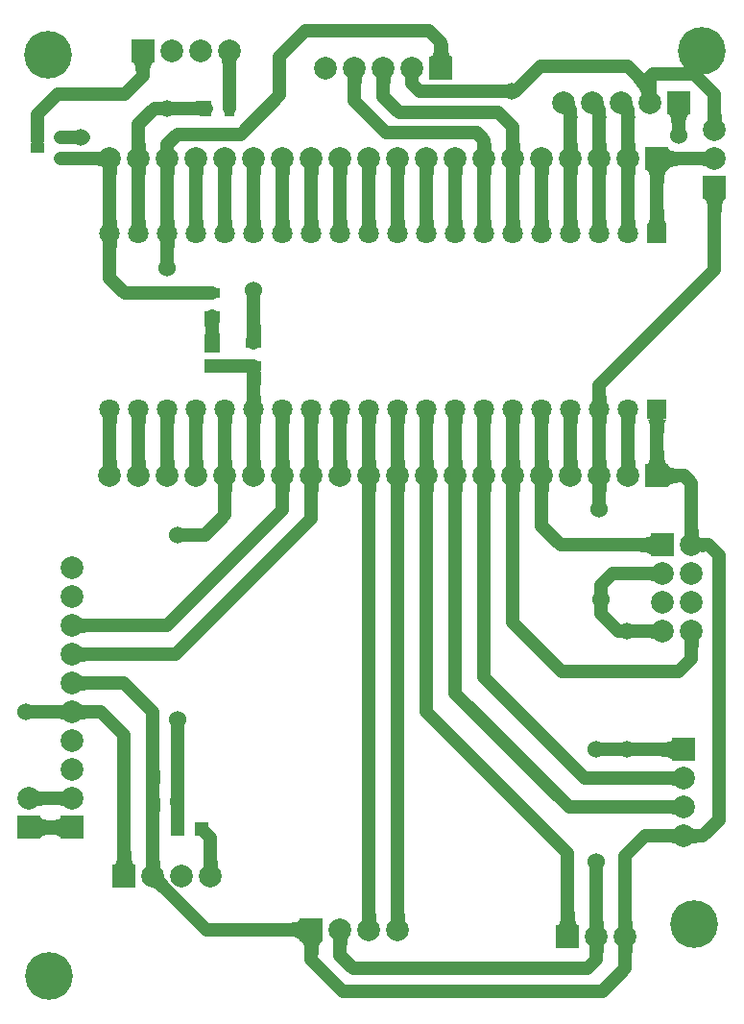
<source format=gbl>
G04 Layer_Physical_Order=2*
G04 Layer_Color=16711680*
%FSLAX44Y44*%
%MOMM*%
G71*
G01*
G75*
%ADD10R,1.2700X1.2700*%
%ADD11R,1.4000X0.9500*%
%ADD12R,1.4700X1.1600*%
%ADD13R,1.2700X0.9144*%
%ADD14R,0.9144X0.9144*%
%ADD15R,0.9500X1.4000*%
%ADD16C,1.2000*%
%ADD17C,4.2000*%
%ADD18C,1.5240*%
%ADD19C,2.0000*%
%ADD20R,2.0000X2.0000*%
%ADD21R,2.0000X2.0000*%
%ADD22R,1.8000X1.8000*%
%ADD23C,1.8000*%
%ADD24C,0.4064*%
G36*
X270170Y486583D02*
X270410Y483056D01*
X270520Y482419D01*
X270650Y481880D01*
X270800Y481439D01*
X270970Y481096D01*
X271160Y480851D01*
X257160Y480851D01*
X257350Y481096D01*
X257520Y481439D01*
X257670Y481880D01*
X257800Y482419D01*
X257910Y483056D01*
X258070Y484624D01*
X258150Y486583D01*
X258160Y487710D01*
X270160Y487710D01*
X270170Y486583D01*
D02*
G37*
G36*
X473370D02*
X473610Y483056D01*
X473720Y482419D01*
X473850Y481880D01*
X474000Y481439D01*
X474170Y481096D01*
X474360Y480851D01*
X460360Y480851D01*
X460550Y481096D01*
X460720Y481439D01*
X460870Y481880D01*
X461000Y482419D01*
X461110Y483056D01*
X461270Y484624D01*
X461350Y486583D01*
X461360Y487710D01*
X473360Y487710D01*
X473370Y486583D01*
D02*
G37*
G36*
X168570D02*
X168810Y483056D01*
X168920Y482419D01*
X169050Y481880D01*
X169200Y481439D01*
X169370Y481096D01*
X169560Y480851D01*
X155560Y480851D01*
X155750Y481096D01*
X155920Y481439D01*
X156070Y481880D01*
X156200Y482419D01*
X156310Y483056D01*
X156470Y484624D01*
X156550Y486583D01*
X156560Y487710D01*
X168560Y487710D01*
X168570Y486583D01*
D02*
G37*
G36*
X219360Y487710D02*
X219370Y486583D01*
X219610Y483056D01*
X219720Y482419D01*
X219850Y481880D01*
X220000Y481439D01*
X220170Y481096D01*
X220360Y480851D01*
X206360Y480851D01*
X206550Y481096D01*
X206720Y481439D01*
X206870Y481880D01*
X207000Y482419D01*
X207110Y483056D01*
X207270Y484624D01*
X207350Y486583D01*
X207360Y487710D01*
X219360Y487710D01*
D02*
G37*
G36*
X92370Y486583D02*
X92610Y483056D01*
X92720Y482419D01*
X92850Y481880D01*
X93000Y481439D01*
X93170Y481096D01*
X93360Y480851D01*
X79360D01*
X79550Y481096D01*
X79720Y481439D01*
X79870Y481880D01*
X80000Y482419D01*
X80110Y483056D01*
X80270Y484624D01*
X80350Y486583D01*
X80360Y487710D01*
X92360D01*
X92370Y486583D01*
D02*
G37*
G36*
X244770D02*
X245010Y483056D01*
X245120Y482419D01*
X245250Y481880D01*
X245400Y481439D01*
X245570Y481096D01*
X245760Y480851D01*
X231760D01*
X231950Y481096D01*
X232120Y481439D01*
X232270Y481880D01*
X232400Y482419D01*
X232510Y483056D01*
X232670Y484624D01*
X232750Y486583D01*
X232760Y487710D01*
X244760D01*
X244770Y486583D01*
D02*
G37*
G36*
X295570D02*
X295810Y483056D01*
X295920Y482419D01*
X296050Y481880D01*
X296200Y481439D01*
X296370Y481096D01*
X296560Y480851D01*
X282560D01*
X282750Y481096D01*
X282920Y481439D01*
X283070Y481880D01*
X283200Y482419D01*
X283310Y483056D01*
X283470Y484624D01*
X283550Y486583D01*
X283560Y487710D01*
X295560D01*
X295570Y486583D01*
D02*
G37*
G36*
X143170D02*
X143410Y483056D01*
X143520Y482419D01*
X143650Y481880D01*
X143800Y481439D01*
X143970Y481096D01*
X144160Y480851D01*
X130160D01*
X130350Y481096D01*
X130520Y481439D01*
X130670Y481880D01*
X130800Y482419D01*
X130910Y483056D01*
X131070Y484624D01*
X131150Y486583D01*
X131160Y487710D01*
X143160D01*
X143170Y486583D01*
D02*
G37*
G36*
X193970D02*
X194210Y483056D01*
X194320Y482419D01*
X194450Y481880D01*
X194600Y481439D01*
X194770Y481096D01*
X194960Y480851D01*
X180960D01*
X181150Y481096D01*
X181320Y481439D01*
X181470Y481880D01*
X181600Y482419D01*
X181710Y483056D01*
X181870Y484624D01*
X181950Y486583D01*
X181960Y487710D01*
X193960D01*
X193970Y486583D01*
D02*
G37*
G36*
X117770Y486583D02*
X118010Y483056D01*
X118120Y482419D01*
X118250Y481880D01*
X118400Y481439D01*
X118570Y481096D01*
X118760Y480851D01*
X104760Y480851D01*
X104950Y481096D01*
X105120Y481439D01*
X105270Y481880D01*
X105400Y482419D01*
X105510Y483056D01*
X105670Y484624D01*
X105750Y486583D01*
X105760Y487710D01*
X117760Y487710D01*
X117770Y486583D01*
D02*
G37*
G36*
X372570Y466324D02*
X372400Y465981D01*
X372250Y465540D01*
X372120Y465001D01*
X372010Y464364D01*
X371850Y462796D01*
X371770Y460837D01*
X371760Y459710D01*
X359760D01*
X359750Y460837D01*
X359510Y464364D01*
X359400Y465001D01*
X359270Y465540D01*
X359120Y465981D01*
X358950Y466324D01*
X358760Y466569D01*
X372760D01*
X372570Y466324D01*
D02*
G37*
G36*
X397970D02*
X397800Y465981D01*
X397650Y465540D01*
X397520Y465001D01*
X397410Y464364D01*
X397250Y462796D01*
X397170Y460837D01*
X397160Y459710D01*
X385160D01*
X385150Y460837D01*
X384910Y464364D01*
X384800Y465001D01*
X384670Y465540D01*
X384520Y465981D01*
X384350Y466324D01*
X384160Y466569D01*
X398160D01*
X397970Y466324D01*
D02*
G37*
G36*
X321770D02*
X321600Y465981D01*
X321450Y465540D01*
X321320Y465001D01*
X321210Y464364D01*
X321050Y462796D01*
X320970Y460837D01*
X320960Y459710D01*
X308960D01*
X308950Y460837D01*
X308710Y464364D01*
X308600Y465001D01*
X308470Y465540D01*
X308320Y465981D01*
X308150Y466324D01*
X307960Y466569D01*
X321960D01*
X321770Y466324D01*
D02*
G37*
G36*
X347170D02*
X347000Y465981D01*
X346850Y465540D01*
X346720Y465001D01*
X346610Y464364D01*
X346450Y462796D01*
X346370Y460837D01*
X346360Y459710D01*
X334360D01*
X334350Y460837D01*
X334110Y464364D01*
X334000Y465001D01*
X333870Y465540D01*
X333720Y465981D01*
X333550Y466324D01*
X333360Y466569D01*
X347360D01*
X347170Y466324D01*
D02*
G37*
G36*
X423370D02*
X423200Y465981D01*
X423050Y465540D01*
X422920Y465001D01*
X422810Y464364D01*
X422650Y462796D01*
X422570Y460837D01*
X422560Y459710D01*
X410560D01*
X410550Y460837D01*
X410310Y464364D01*
X410200Y465001D01*
X410070Y465540D01*
X409920Y465981D01*
X409750Y466324D01*
X409560Y466569D01*
X423560D01*
X423370Y466324D01*
D02*
G37*
G36*
X524970D02*
X524800Y465981D01*
X524650Y465540D01*
X524520Y465001D01*
X524410Y464364D01*
X524250Y462796D01*
X524170Y460837D01*
X524160Y459710D01*
X512160D01*
X512150Y460837D01*
X511910Y464364D01*
X511800Y465001D01*
X511670Y465540D01*
X511520Y465981D01*
X511350Y466324D01*
X511160Y466569D01*
X525160D01*
X524970Y466324D01*
D02*
G37*
G36*
X579049Y482925D02*
X579409Y482251D01*
X580009Y481655D01*
X580849Y481139D01*
X581930Y480702D01*
X583250Y480345D01*
X584809Y480067D01*
X586609Y479869D01*
X590929Y479710D01*
Y467710D01*
X588649Y467670D01*
X584809Y467353D01*
X583250Y467075D01*
X581930Y466718D01*
X580849Y466281D01*
X580009Y465765D01*
X579409Y465169D01*
X579049Y464495D01*
X578929Y463741D01*
Y483680D01*
X579049Y482925D01*
D02*
G37*
G36*
X448770Y466324D02*
X448600Y465981D01*
X448450Y465540D01*
X448320Y465001D01*
X448210Y464364D01*
X448050Y462796D01*
X447970Y460837D01*
X447960Y459710D01*
X435960D01*
X435950Y460837D01*
X435710Y464364D01*
X435600Y465001D01*
X435470Y465540D01*
X435320Y465981D01*
X435150Y466324D01*
X434960Y466569D01*
X448960D01*
X448770Y466324D01*
D02*
G37*
G36*
X474170D02*
X474000Y465981D01*
X473850Y465540D01*
X473720Y465001D01*
X473610Y464364D01*
X473450Y462796D01*
X473370Y460837D01*
X473360Y459710D01*
X461360D01*
X461350Y460837D01*
X461110Y464364D01*
X461000Y465001D01*
X460870Y465540D01*
X460720Y465981D01*
X460550Y466324D01*
X460360Y466569D01*
X474360D01*
X474170Y466324D01*
D02*
G37*
G36*
X320970Y486583D02*
X321210Y483056D01*
X321320Y482419D01*
X321450Y481880D01*
X321600Y481439D01*
X321770Y481096D01*
X321960Y480851D01*
X307960D01*
X308150Y481096D01*
X308320Y481439D01*
X308470Y481880D01*
X308600Y482419D01*
X308710Y483056D01*
X308870Y484624D01*
X308950Y486583D01*
X308960Y487710D01*
X320960D01*
X320970Y486583D01*
D02*
G37*
G36*
X219603Y525593D02*
X219552Y525381D01*
X219507Y525068D01*
X219435Y524135D01*
X219363Y521048D01*
X219360Y520022D01*
X207360D01*
X207060Y525703D01*
X219660D01*
X219603Y525593D01*
D02*
G37*
G36*
X245003D02*
X244952Y525381D01*
X244907Y525068D01*
X244835Y524135D01*
X244763Y521048D01*
X244760Y520022D01*
X232760D01*
X232460Y525703D01*
X245060D01*
X245003Y525593D01*
D02*
G37*
G36*
X92603D02*
X92552Y525381D01*
X92507Y525068D01*
X92435Y524135D01*
X92363Y521048D01*
X92360Y520022D01*
X80360D01*
X80060Y525703D01*
X92660D01*
X92603Y525593D01*
D02*
G37*
G36*
X118003D02*
X117952Y525381D01*
X117907Y525068D01*
X117835Y524135D01*
X117763Y521048D01*
X117760Y520022D01*
X105760D01*
X105460Y525703D01*
X118060D01*
X118003Y525593D01*
D02*
G37*
G36*
X321203D02*
X321152Y525381D01*
X321107Y525068D01*
X321035Y524135D01*
X320963Y521048D01*
X320960Y520022D01*
X308960D01*
X308660Y525703D01*
X321260D01*
X321203Y525593D01*
D02*
G37*
G36*
X448260Y525703D02*
X448203Y525593D01*
X448152Y525381D01*
X448107Y525068D01*
X448035Y524135D01*
X447963Y521048D01*
X447960Y520022D01*
X435960Y520022D01*
X435660Y525703D01*
X448260Y525703D01*
D02*
G37*
G36*
X473603Y525593D02*
X473552Y525381D01*
X473507Y525068D01*
X473435Y524135D01*
X473363Y521048D01*
X473360Y520022D01*
X461360D01*
X461060Y525703D01*
X473660D01*
X473603Y525593D01*
D02*
G37*
G36*
X346603Y525593D02*
X346552Y525381D01*
X346507Y525068D01*
X346435Y524136D01*
X346363Y521048D01*
X346360Y520022D01*
X334360Y520022D01*
X334060Y525703D01*
X346660Y525703D01*
X346603Y525593D01*
D02*
G37*
G36*
X372003Y525593D02*
X371952Y525381D01*
X371907Y525068D01*
X371835Y524135D01*
X371763Y521048D01*
X371760Y520022D01*
X359760D01*
X359460Y525703D01*
X372060D01*
X372003Y525593D01*
D02*
G37*
G36*
X577365Y523041D02*
X576861Y522681D01*
X576415Y522080D01*
X576029Y521241D01*
X575702Y520160D01*
X575435Y518840D01*
X575227Y517281D01*
X574990Y513441D01*
X574960Y511161D01*
X562960D01*
X562930Y513441D01*
X562485Y518840D01*
X562218Y520160D01*
X561891Y521241D01*
X561505Y522080D01*
X561059Y522681D01*
X560555Y523041D01*
X559991Y523161D01*
X577929D01*
X577365Y523041D01*
D02*
G37*
G36*
X397170Y486583D02*
X397410Y483056D01*
X397520Y482419D01*
X397650Y481880D01*
X397800Y481439D01*
X397970Y481096D01*
X398160Y480851D01*
X384160D01*
X384350Y481096D01*
X384520Y481439D01*
X384670Y481880D01*
X384800Y482419D01*
X384910Y483056D01*
X385070Y484624D01*
X385150Y486583D01*
X385160Y487710D01*
X397160D01*
X397170Y486583D01*
D02*
G37*
G36*
X422570D02*
X422810Y483056D01*
X422920Y482419D01*
X423050Y481880D01*
X423200Y481439D01*
X423370Y481096D01*
X423560Y480851D01*
X409560D01*
X409750Y481096D01*
X409920Y481439D01*
X410070Y481880D01*
X410200Y482419D01*
X410310Y483056D01*
X410470Y484624D01*
X410550Y486583D01*
X410560Y487710D01*
X422560D01*
X422570Y486583D01*
D02*
G37*
G36*
X346370D02*
X346610Y483056D01*
X346720Y482419D01*
X346850Y481880D01*
X347000Y481439D01*
X347170Y481096D01*
X347360Y480851D01*
X333360D01*
X333550Y481096D01*
X333720Y481439D01*
X333870Y481880D01*
X334000Y482419D01*
X334110Y483056D01*
X334270Y484624D01*
X334350Y486583D01*
X334360Y487710D01*
X346360D01*
X346370Y486583D01*
D02*
G37*
G36*
X371770D02*
X372010Y483056D01*
X372120Y482419D01*
X372250Y481880D01*
X372400Y481439D01*
X372570Y481096D01*
X372760Y480851D01*
X358760D01*
X358950Y481096D01*
X359120Y481439D01*
X359270Y481880D01*
X359400Y482419D01*
X359510Y483056D01*
X359670Y484624D01*
X359750Y486583D01*
X359760Y487710D01*
X371760D01*
X371770Y486583D01*
D02*
G37*
G36*
X447970D02*
X448210Y483056D01*
X448320Y482419D01*
X448450Y481880D01*
X448600Y481439D01*
X448770Y481096D01*
X448960Y480851D01*
X434960D01*
X435150Y481096D01*
X435320Y481439D01*
X435470Y481880D01*
X435600Y482419D01*
X435710Y483056D01*
X435870Y484624D01*
X435950Y486583D01*
X435960Y487710D01*
X447960D01*
X447970Y486583D01*
D02*
G37*
G36*
X549570D02*
X549810Y483056D01*
X549920Y482419D01*
X550050Y481880D01*
X550200Y481439D01*
X550370Y481096D01*
X550560Y480851D01*
X536560D01*
X536750Y481096D01*
X536920Y481439D01*
X537070Y481880D01*
X537200Y482419D01*
X537310Y483056D01*
X537470Y484624D01*
X537550Y486583D01*
X537560Y487710D01*
X549560D01*
X549570Y486583D01*
D02*
G37*
G36*
X575000Y493400D02*
X575317Y489560D01*
X575595Y487999D01*
X575952Y486679D01*
X576389Y485600D01*
X576905Y484759D01*
X577500Y484160D01*
X578175Y483800D01*
X578929Y483680D01*
X558991D01*
X559745Y483800D01*
X560420Y484160D01*
X561015Y484759D01*
X561531Y485600D01*
X561968Y486679D01*
X562325Y487999D01*
X562603Y489560D01*
X562801Y491359D01*
X562960Y495680D01*
X574960D01*
X575000Y493400D01*
D02*
G37*
G36*
X498770Y486583D02*
X499010Y483056D01*
X499120Y482419D01*
X499250Y481880D01*
X499400Y481439D01*
X499570Y481096D01*
X499760Y480851D01*
X485760D01*
X485950Y481096D01*
X486120Y481439D01*
X486270Y481880D01*
X486400Y482419D01*
X486510Y483056D01*
X486670Y484624D01*
X486750Y486583D01*
X486760Y487710D01*
X498760D01*
X498770Y486583D01*
D02*
G37*
G36*
X524170D02*
X524410Y483056D01*
X524520Y482419D01*
X524650Y481880D01*
X524800Y481439D01*
X524970Y481096D01*
X525160Y480851D01*
X511160D01*
X511350Y481096D01*
X511520Y481439D01*
X511670Y481880D01*
X511800Y482419D01*
X511910Y483056D01*
X512070Y484624D01*
X512150Y486583D01*
X512160Y487710D01*
X524160D01*
X524170Y486583D01*
D02*
G37*
G36*
X105100Y140339D02*
X105417Y136500D01*
X105695Y134939D01*
X106052Y133619D01*
X106489Y132540D01*
X107005Y131699D01*
X107600Y131100D01*
X108275Y130739D01*
X109030Y130619D01*
X89090D01*
X89845Y130739D01*
X90520Y131100D01*
X91115Y131699D01*
X91631Y132540D01*
X92068Y133619D01*
X92425Y134939D01*
X92703Y136500D01*
X92901Y138300D01*
X93060Y142619D01*
X105060D01*
X105100Y140339D01*
D02*
G37*
G36*
X585499Y149210D02*
X585255Y149400D01*
X584911Y149570D01*
X584470Y149720D01*
X583932Y149850D01*
X583295Y149960D01*
X581727Y150120D01*
X579768Y150200D01*
X578641Y150210D01*
Y162210D01*
X579768Y162220D01*
X583295Y162460D01*
X583932Y162570D01*
X584470Y162700D01*
X584911Y162850D01*
X585255Y163020D01*
X585499Y163210D01*
Y149210D01*
D02*
G37*
G36*
X130470Y133523D02*
X130710Y129996D01*
X130820Y129359D01*
X130950Y128820D01*
X131100Y128379D01*
X131270Y128036D01*
X131460Y127791D01*
X117460D01*
X117650Y128036D01*
X117820Y128379D01*
X117970Y128820D01*
X118100Y129359D01*
X118210Y129996D01*
X118370Y131564D01*
X118450Y133523D01*
X118460Y134650D01*
X130460D01*
X130470Y133523D01*
D02*
G37*
G36*
X181270D02*
X181510Y129996D01*
X181620Y129359D01*
X181750Y128820D01*
X181900Y128379D01*
X182070Y128036D01*
X182260Y127791D01*
X168260D01*
X168450Y128036D01*
X168620Y128379D01*
X168770Y128820D01*
X168900Y129359D01*
X169010Y129996D01*
X169170Y131564D01*
X169250Y133523D01*
X169260Y134650D01*
X181260D01*
X181270Y133523D01*
D02*
G37*
G36*
X600027Y163020D02*
X600370Y162850D01*
X600811Y162700D01*
X601350Y162570D01*
X601987Y162460D01*
X603555Y162300D01*
X605514Y162220D01*
X606641Y162210D01*
Y150210D01*
X605514Y150200D01*
X601987Y149960D01*
X601350Y149850D01*
X600811Y149720D01*
X600370Y149570D01*
X600027Y149400D01*
X599782Y149210D01*
Y163210D01*
X600027Y163020D01*
D02*
G37*
G36*
X585499Y174610D02*
X585255Y174800D01*
X584911Y174970D01*
X584470Y175120D01*
X583932Y175250D01*
X583295Y175360D01*
X581727Y175520D01*
X579768Y175600D01*
X578641Y175610D01*
Y187610D01*
X579768Y187620D01*
X583295Y187860D01*
X583932Y187970D01*
X584470Y188100D01*
X584911Y188250D01*
X585255Y188420D01*
X585499Y188610D01*
Y174610D01*
D02*
G37*
G36*
X130719Y189140D02*
X130665Y188780D01*
X130617Y188181D01*
X130489Y183381D01*
X130460Y177260D01*
X118460D01*
X118140Y189261D01*
X130779D01*
X130719Y189140D01*
D02*
G37*
G36*
X25329Y173045D02*
X25689Y172370D01*
X26290Y171775D01*
X27129Y171259D01*
X28210Y170822D01*
X29530Y170465D01*
X31089Y170187D01*
X32889Y169989D01*
X34413Y169933D01*
X37490Y170187D01*
X39051Y170465D01*
X40370Y170822D01*
X41451Y171259D01*
X42291Y171775D01*
X42891Y172370D01*
X43250Y173045D01*
X43370Y173799D01*
Y153860D01*
X43250Y154615D01*
X42891Y155289D01*
X42291Y155885D01*
X41451Y156401D01*
X40370Y156838D01*
X39051Y157195D01*
X37490Y157473D01*
X35691Y157671D01*
X34167Y157727D01*
X31089Y157473D01*
X29530Y157195D01*
X28210Y156838D01*
X27129Y156401D01*
X26290Y155885D01*
X25689Y155289D01*
X25329Y154615D01*
X25210Y153861D01*
Y173799D01*
X25329Y173045D01*
D02*
G37*
G36*
X152309Y189140D02*
X152254Y188780D01*
X152207Y188181D01*
X152079Y183381D01*
X152064Y180336D01*
X152369Y168880D01*
X139731D01*
X139791Y169000D01*
X139846Y169359D01*
X139893Y169960D01*
X140021Y174760D01*
X140036Y177804D01*
X139731Y189261D01*
X152369D01*
X152309Y189140D01*
D02*
G37*
G36*
X134498Y120242D02*
X134621Y119880D01*
X134826Y119462D01*
X135116Y118989D01*
X135488Y118461D01*
X136483Y117239D01*
X137812Y115797D01*
X138602Y114993D01*
X130117Y106508D01*
X129313Y107297D01*
X126649Y109622D01*
X126121Y109994D01*
X125648Y110283D01*
X125230Y110489D01*
X124868Y110612D01*
X124560Y110651D01*
X134459Y120550D01*
X134498Y120242D01*
D02*
G37*
G36*
X547830Y59924D02*
X547660Y59581D01*
X547510Y59140D01*
X547380Y58601D01*
X547270Y57964D01*
X547110Y56396D01*
X547030Y54437D01*
X547020Y53310D01*
X535020D01*
X535010Y54437D01*
X534770Y57964D01*
X534660Y58601D01*
X534530Y59140D01*
X534380Y59581D01*
X534210Y59924D01*
X534020Y60169D01*
X548020D01*
X547830Y59924D01*
D02*
G37*
G36*
X296370Y66274D02*
X296200Y65931D01*
X296050Y65490D01*
X295920Y64951D01*
X295810Y64314D01*
X295650Y62746D01*
X295570Y60787D01*
X295560Y59660D01*
X283560D01*
X283550Y60787D01*
X283310Y64314D01*
X283200Y64951D01*
X283070Y65490D01*
X282920Y65931D01*
X282750Y66274D01*
X282560Y66519D01*
X296560D01*
X296370Y66274D01*
D02*
G37*
G36*
X254190Y63691D02*
X274130D01*
X273375Y63570D01*
X272701Y63211D01*
X272105Y62611D01*
X271589Y61771D01*
X271152Y60690D01*
X270795Y59370D01*
X270517Y57811D01*
X270319Y56010D01*
X270160Y51691D01*
X258160D01*
X258120Y53970D01*
X257803Y57811D01*
X257525Y59370D01*
X257168Y60690D01*
X256731Y61771D01*
X256215Y62611D01*
X255620Y63211D01*
X254945Y63570D01*
X254190Y63691D01*
X254070Y64445D01*
X253710Y65120D01*
X253110Y65715D01*
X252270Y66231D01*
X251190Y66668D01*
X249870Y67025D01*
X248311Y67303D01*
X246511Y67501D01*
X242190Y67660D01*
Y79660D01*
X244471Y79700D01*
X248311Y80017D01*
X249870Y80295D01*
X251190Y80652D01*
X252270Y81089D01*
X253110Y81605D01*
X253710Y82200D01*
X254070Y82875D01*
X254190Y83630D01*
Y63691D01*
D02*
G37*
G36*
X522430Y59924D02*
X522260Y59581D01*
X522110Y59140D01*
X521980Y58601D01*
X521870Y57964D01*
X521710Y56396D01*
X521630Y54437D01*
X521620Y53310D01*
X509620D01*
X509610Y54437D01*
X509370Y57964D01*
X509260Y58601D01*
X509130Y59140D01*
X508980Y59581D01*
X508810Y59924D01*
X508620Y60169D01*
X522620D01*
X522430Y59924D01*
D02*
G37*
G36*
X521630Y80183D02*
X521870Y76656D01*
X521980Y76019D01*
X522110Y75480D01*
X522260Y75039D01*
X522430Y74696D01*
X522620Y74451D01*
X508620D01*
X508810Y74696D01*
X508980Y75039D01*
X509130Y75480D01*
X509260Y76019D01*
X509370Y76656D01*
X509530Y78224D01*
X509610Y80183D01*
X509620Y81310D01*
X521620D01*
X521630Y80183D01*
D02*
G37*
G36*
X346360Y87660D02*
X346370Y86533D01*
X346610Y83006D01*
X346720Y82369D01*
X346850Y81830D01*
X347000Y81389D01*
X347170Y81046D01*
X347360Y80801D01*
X333360Y80801D01*
X333550Y81046D01*
X333720Y81389D01*
X333870Y81830D01*
X334000Y82369D01*
X334110Y83006D01*
X334270Y84574D01*
X334350Y86533D01*
X334360Y87660D01*
X346360Y87660D01*
D02*
G37*
G36*
X320970Y86533D02*
X321210Y83006D01*
X321320Y82369D01*
X321450Y81830D01*
X321600Y81389D01*
X321770Y81046D01*
X321960Y80801D01*
X307960D01*
X308150Y81046D01*
X308320Y81389D01*
X308470Y81830D01*
X308600Y82369D01*
X308710Y83006D01*
X308870Y84574D01*
X308950Y86533D01*
X308960Y87660D01*
X320960D01*
X320970Y86533D01*
D02*
G37*
G36*
X547030Y80183D02*
X547270Y76656D01*
X547380Y76019D01*
X547510Y75480D01*
X547660Y75039D01*
X547830Y74696D01*
X548020Y74451D01*
X534020D01*
X534210Y74696D01*
X534380Y75039D01*
X534530Y75480D01*
X534660Y76019D01*
X534770Y76656D01*
X534930Y78224D01*
X535010Y80183D01*
X535020Y81310D01*
X547020D01*
X547030Y80183D01*
D02*
G37*
G36*
X496260Y87000D02*
X496577Y83160D01*
X496855Y81600D01*
X497212Y80280D01*
X497649Y79200D01*
X498165Y78359D01*
X498760Y77759D01*
X499435Y77400D01*
X500190Y77280D01*
X480251D01*
X481005Y77400D01*
X481679Y77759D01*
X482275Y78359D01*
X482791Y79200D01*
X483228Y80280D01*
X483585Y81600D01*
X483863Y83160D01*
X484061Y84959D01*
X484220Y89279D01*
X496220D01*
X496260Y87000D01*
D02*
G37*
G36*
X22626Y196040D02*
X22969Y195870D01*
X23410Y195720D01*
X23949Y195590D01*
X24586Y195480D01*
X26154Y195320D01*
X28113Y195240D01*
X29240Y195230D01*
Y183230D01*
X28113Y183220D01*
X24586Y182980D01*
X23949Y182870D01*
X23410Y182740D01*
X22969Y182590D01*
X22626Y182420D01*
X22381Y182230D01*
Y196230D01*
X22626Y196040D01*
D02*
G37*
G36*
X566899Y380350D02*
X566654Y380540D01*
X566311Y380710D01*
X565870Y380860D01*
X565331Y380990D01*
X564694Y381100D01*
X563126Y381260D01*
X561167Y381340D01*
X560040Y381350D01*
Y393350D01*
X561167Y393360D01*
X564694Y393600D01*
X565331Y393710D01*
X565870Y393840D01*
X566311Y393990D01*
X566654Y394160D01*
X566899Y394350D01*
Y380350D01*
D02*
G37*
G36*
X564071Y402780D02*
X563951Y403535D01*
X563591Y404210D01*
X562990Y404805D01*
X562150Y405321D01*
X561071Y405758D01*
X559751Y406115D01*
X558190Y406393D01*
X556390Y406591D01*
X552071Y406750D01*
Y418750D01*
X554351Y418790D01*
X558190Y419107D01*
X559751Y419385D01*
X561071Y419742D01*
X562150Y420179D01*
X562990Y420695D01*
X563591Y421291D01*
X563951Y421965D01*
X564071Y422720D01*
Y402780D01*
D02*
G37*
G36*
X566899Y329550D02*
X566654Y329740D01*
X566311Y329910D01*
X565870Y330060D01*
X565331Y330190D01*
X564694Y330300D01*
X563126Y330460D01*
X561167Y330540D01*
X560040Y330550D01*
Y342550D01*
X561167Y342560D01*
X564694Y342800D01*
X565331Y342910D01*
X565870Y343040D01*
X566311Y343190D01*
X566654Y343360D01*
X566899Y343550D01*
Y329550D01*
D02*
G37*
G36*
X60726Y348440D02*
X61069Y348270D01*
X61510Y348120D01*
X62049Y347990D01*
X62686Y347880D01*
X64254Y347720D01*
X66213Y347640D01*
X67340Y347630D01*
Y335630D01*
X66213Y335620D01*
X62686Y335380D01*
X62049Y335270D01*
X61510Y335140D01*
X61069Y334990D01*
X60726Y334820D01*
X60481Y334630D01*
Y348630D01*
X60726Y348440D01*
D02*
G37*
G36*
X607430Y418842D02*
X607625Y418823D01*
X608370Y418791D01*
X613440Y418750D01*
Y406750D01*
X607354Y406637D01*
Y418863D01*
X607430Y418842D01*
D02*
G37*
G36*
X245570Y466324D02*
X245400Y465981D01*
X245250Y465540D01*
X245120Y465001D01*
X245010Y464364D01*
X244850Y462796D01*
X244770Y460837D01*
X244760Y459710D01*
X232760D01*
X232750Y460837D01*
X232510Y464364D01*
X232400Y465001D01*
X232270Y465540D01*
X232120Y465981D01*
X231950Y466324D01*
X231760Y466569D01*
X245760D01*
X245570Y466324D01*
D02*
G37*
G36*
X270970D02*
X270800Y465981D01*
X270650Y465540D01*
X270520Y465001D01*
X270410Y464364D01*
X270250Y462796D01*
X270170Y460837D01*
X270160Y459710D01*
X258160D01*
X258150Y460837D01*
X257910Y464364D01*
X257800Y465001D01*
X257670Y465540D01*
X257520Y465981D01*
X257350Y466324D01*
X257160Y466569D01*
X271160D01*
X270970Y466324D01*
D02*
G37*
G36*
X605450Y425623D02*
X605690Y422096D01*
X605800Y421459D01*
X605930Y420920D01*
X606080Y420480D01*
X606250Y420136D01*
X606440Y419892D01*
X592440D01*
X592630Y420136D01*
X592800Y420480D01*
X592950Y420920D01*
X593080Y421459D01*
X593190Y422096D01*
X593350Y423664D01*
X593430Y425623D01*
X593440Y426750D01*
X605440D01*
X605450Y425623D01*
D02*
G37*
G36*
X194770Y466324D02*
X194600Y465981D01*
X194450Y465540D01*
X194320Y465001D01*
X194210Y464364D01*
X194050Y462796D01*
X193970Y460837D01*
X193960Y459710D01*
X181960D01*
X181950Y460837D01*
X181710Y464364D01*
X181600Y465001D01*
X181470Y465540D01*
X181320Y465981D01*
X181150Y466324D01*
X180960Y466569D01*
X194960D01*
X194770Y466324D01*
D02*
G37*
G36*
X606250Y329164D02*
X606080Y328821D01*
X605930Y328380D01*
X605800Y327841D01*
X605690Y327204D01*
X605530Y325636D01*
X605450Y323677D01*
X605440Y322550D01*
X593440D01*
X593430Y323677D01*
X593190Y327204D01*
X593080Y327841D01*
X592950Y328380D01*
X592800Y328821D01*
X592630Y329164D01*
X592440Y329409D01*
X606440D01*
X606250Y329164D01*
D02*
G37*
G36*
X130779Y201900D02*
X118140D01*
X118201Y202020D01*
X118256Y202379D01*
X118303Y202980D01*
X118431Y207780D01*
X118460Y213899D01*
X130460D01*
X130779Y201900D01*
D02*
G37*
G36*
X152369D02*
X139731D01*
X139791Y202020D01*
X139846Y202379D01*
X139893Y202980D01*
X140021Y207780D01*
X140050Y213899D01*
X152050D01*
X152369Y201900D01*
D02*
G37*
G36*
X46199Y182230D02*
X45954Y182420D01*
X45611Y182590D01*
X45170Y182740D01*
X44631Y182870D01*
X43994Y182980D01*
X42426Y183140D01*
X40467Y183220D01*
X39340Y183230D01*
Y195230D01*
X40467Y195240D01*
X43994Y195480D01*
X44631Y195590D01*
X45170Y195720D01*
X45611Y195870D01*
X45954Y196040D01*
X46199Y196230D01*
Y182230D01*
D02*
G37*
G36*
X585499Y200010D02*
X585255Y200200D01*
X584911Y200370D01*
X584470Y200520D01*
X583932Y200650D01*
X583295Y200760D01*
X581727Y200920D01*
X579768Y201000D01*
X578641Y201010D01*
Y213010D01*
X579768Y213020D01*
X583295Y213260D01*
X583932Y213370D01*
X584470Y213500D01*
X584911Y213650D01*
X585255Y213820D01*
X585499Y214010D01*
Y200010D01*
D02*
G37*
G36*
X582671Y222440D02*
X582551Y223195D01*
X582191Y223869D01*
X581591Y224465D01*
X580751Y224981D01*
X579671Y225418D01*
X578351Y225775D01*
X576791Y226053D01*
X574991Y226251D01*
X570671Y226410D01*
Y238410D01*
X572951Y238450D01*
X576791Y238767D01*
X578351Y239045D01*
X579671Y239402D01*
X580751Y239839D01*
X581591Y240355D01*
X582191Y240951D01*
X582551Y241625D01*
X582671Y242380D01*
Y222440D01*
D02*
G37*
G36*
X60726Y297640D02*
X61069Y297470D01*
X61510Y297320D01*
X62049Y297190D01*
X62686Y297080D01*
X64254Y296920D01*
X66213Y296840D01*
X67340Y296830D01*
Y284830D01*
X66213Y284820D01*
X62686Y284580D01*
X62049Y284470D01*
X61510Y284340D01*
X61069Y284190D01*
X60726Y284020D01*
X60481Y283830D01*
Y297830D01*
X60726Y297640D01*
D02*
G37*
G36*
Y323040D02*
X61069Y322870D01*
X61510Y322720D01*
X62049Y322590D01*
X62686Y322480D01*
X64254Y322320D01*
X66213Y322240D01*
X67340Y322230D01*
Y310230D01*
X66213Y310220D01*
X62686Y309980D01*
X62049Y309870D01*
X61510Y309740D01*
X61069Y309590D01*
X60726Y309420D01*
X60481Y309230D01*
Y323230D01*
X60726Y323040D01*
D02*
G37*
G36*
X46199Y258430D02*
X45954Y258620D01*
X45611Y258790D01*
X45170Y258940D01*
X44631Y259070D01*
X43994Y259180D01*
X42426Y259340D01*
X40467Y259420D01*
X39340Y259430D01*
Y271430D01*
X40467Y271440D01*
X43994Y271680D01*
X44631Y271790D01*
X45170Y271920D01*
X45611Y272070D01*
X45954Y272240D01*
X46199Y272430D01*
Y258430D01*
D02*
G37*
G36*
X60726Y272240D02*
X61069Y272070D01*
X61510Y271920D01*
X62049Y271790D01*
X62686Y271680D01*
X64254Y271520D01*
X66213Y271440D01*
X67340Y271430D01*
Y259430D01*
X66213Y259420D01*
X62686Y259180D01*
X62049Y259070D01*
X61510Y258940D01*
X61069Y258790D01*
X60726Y258620D01*
X60481Y258430D01*
Y272430D01*
X60726Y272240D01*
D02*
G37*
G36*
X372570Y745724D02*
X372400Y745381D01*
X372250Y744940D01*
X372120Y744401D01*
X372010Y743764D01*
X371850Y742196D01*
X371770Y740237D01*
X371760Y739110D01*
X359760D01*
X359750Y740237D01*
X359510Y743764D01*
X359400Y744401D01*
X359270Y744940D01*
X359120Y745381D01*
X358950Y745724D01*
X358760Y745969D01*
X372760D01*
X372570Y745724D01*
D02*
G37*
G36*
X397970D02*
X397800Y745381D01*
X397650Y744940D01*
X397520Y744401D01*
X397410Y743764D01*
X397250Y742196D01*
X397170Y740237D01*
X397160Y739110D01*
X385160D01*
X385150Y740237D01*
X384910Y743764D01*
X384800Y744401D01*
X384670Y744940D01*
X384520Y745381D01*
X384350Y745724D01*
X384160Y745969D01*
X398160D01*
X397970Y745724D01*
D02*
G37*
G36*
X321770D02*
X321600Y745381D01*
X321450Y744940D01*
X321320Y744401D01*
X321210Y743764D01*
X321050Y742196D01*
X320970Y740237D01*
X320960Y739110D01*
X308960D01*
X308950Y740237D01*
X308710Y743764D01*
X308600Y744401D01*
X308470Y744940D01*
X308320Y745381D01*
X308150Y745724D01*
X307960Y745969D01*
X321960D01*
X321770Y745724D01*
D02*
G37*
G36*
X347170D02*
X347000Y745381D01*
X346850Y744940D01*
X346720Y744401D01*
X346610Y743764D01*
X346450Y742196D01*
X346370Y740237D01*
X346360Y739110D01*
X334360D01*
X334350Y740237D01*
X334110Y743764D01*
X334000Y744401D01*
X333870Y744940D01*
X333720Y745381D01*
X333550Y745724D01*
X333360Y745969D01*
X347360D01*
X347170Y745724D01*
D02*
G37*
G36*
X448770D02*
X448600Y745381D01*
X448450Y744940D01*
X448320Y744401D01*
X448210Y743764D01*
X448050Y742196D01*
X447970Y740237D01*
X447960Y739110D01*
X435960D01*
X435950Y740237D01*
X435710Y743764D01*
X435600Y744401D01*
X435470Y744940D01*
X435320Y745381D01*
X435150Y745724D01*
X434960Y745969D01*
X448960D01*
X448770Y745724D01*
D02*
G37*
G36*
X524970D02*
X524800Y745381D01*
X524650Y744940D01*
X524520Y744401D01*
X524410Y743764D01*
X524250Y742196D01*
X524170Y740237D01*
X524160Y739110D01*
X512160D01*
X512150Y740237D01*
X511910Y743764D01*
X511800Y744401D01*
X511670Y744940D01*
X511520Y745381D01*
X511350Y745724D01*
X511160Y745969D01*
X525160D01*
X524970Y745724D01*
D02*
G37*
G36*
X550370D02*
X550200Y745381D01*
X550050Y744940D01*
X549920Y744401D01*
X549810Y743764D01*
X549650Y742196D01*
X549570Y740237D01*
X549560Y739110D01*
X537560D01*
X537550Y740237D01*
X537310Y743764D01*
X537200Y744401D01*
X537070Y744940D01*
X536920Y745381D01*
X536750Y745724D01*
X536560Y745969D01*
X550560D01*
X550370Y745724D01*
D02*
G37*
G36*
X474170D02*
X474000Y745381D01*
X473850Y744940D01*
X473720Y744401D01*
X473610Y743764D01*
X473450Y742196D01*
X473370Y740237D01*
X473360Y739110D01*
X461360D01*
X461350Y740237D01*
X461110Y743764D01*
X461000Y744401D01*
X460870Y744940D01*
X460720Y745381D01*
X460550Y745724D01*
X460360Y745969D01*
X474360D01*
X474170Y745724D01*
D02*
G37*
G36*
X499570D02*
X499400Y745381D01*
X499250Y744940D01*
X499120Y744401D01*
X499010Y743764D01*
X498850Y742196D01*
X498770Y740237D01*
X498760Y739110D01*
X486760D01*
X486750Y740237D01*
X486510Y743764D01*
X486400Y744401D01*
X486270Y744940D01*
X486120Y745381D01*
X485950Y745724D01*
X485760Y745969D01*
X499760D01*
X499570Y745724D01*
D02*
G37*
G36*
X296370D02*
X296200Y745381D01*
X296050Y744940D01*
X295920Y744401D01*
X295810Y743764D01*
X295650Y742196D01*
X295570Y740237D01*
X295560Y739110D01*
X283560D01*
X283550Y740237D01*
X283310Y743764D01*
X283200Y744401D01*
X283070Y744940D01*
X282920Y745381D01*
X282750Y745724D01*
X282560Y745969D01*
X296560D01*
X296370Y745724D01*
D02*
G37*
G36*
X93170D02*
X93000Y745381D01*
X92850Y744940D01*
X92720Y744401D01*
X92610Y743764D01*
X92450Y742196D01*
X92370Y740237D01*
X92360Y739110D01*
X80360D01*
X80350Y740237D01*
X80110Y743764D01*
X80000Y744401D01*
X79870Y744940D01*
X79720Y745381D01*
X79550Y745724D01*
X79360Y745969D01*
X93360D01*
X93170Y745724D01*
D02*
G37*
G36*
X118570D02*
X118400Y745381D01*
X118250Y744940D01*
X118120Y744401D01*
X118010Y743764D01*
X117850Y742196D01*
X117770Y740237D01*
X117760Y739110D01*
X105760D01*
X105750Y740237D01*
X105510Y743764D01*
X105400Y744401D01*
X105270Y744940D01*
X105120Y745381D01*
X104950Y745724D01*
X104760Y745969D01*
X118760D01*
X118570Y745724D01*
D02*
G37*
G36*
X169560Y745969D02*
X169370Y745723D01*
X169200Y745381D01*
X169050Y744940D01*
X168920Y744401D01*
X168810Y743764D01*
X168650Y742196D01*
X168570Y740237D01*
X168560Y739110D01*
X156560Y739110D01*
X156550Y740237D01*
X156310Y743764D01*
X156200Y744401D01*
X156070Y744940D01*
X155920Y745381D01*
X155750Y745724D01*
X155560Y745969D01*
X169560Y745969D01*
D02*
G37*
G36*
X423370Y745724D02*
X423200Y745381D01*
X423050Y744940D01*
X422920Y744401D01*
X422810Y743764D01*
X422650Y742196D01*
X422570Y740237D01*
X422560Y739110D01*
X410560Y739110D01*
X410550Y740237D01*
X410310Y743764D01*
X410200Y744401D01*
X410070Y744940D01*
X409920Y745381D01*
X409750Y745723D01*
X409560Y745969D01*
X423560Y745969D01*
X423370Y745724D01*
D02*
G37*
G36*
X143970D02*
X143800Y745381D01*
X143650Y744940D01*
X143520Y744401D01*
X143410Y743764D01*
X143250Y742196D01*
X143170Y740237D01*
X143160Y739110D01*
X131160D01*
X131150Y740237D01*
X130910Y743764D01*
X130800Y744401D01*
X130670Y744940D01*
X130520Y745381D01*
X130350Y745724D01*
X130160Y745969D01*
X144160D01*
X143970Y745724D01*
D02*
G37*
G36*
X245570D02*
X245400Y745381D01*
X245250Y744940D01*
X245120Y744401D01*
X245010Y743764D01*
X244850Y742196D01*
X244770Y740237D01*
X244760Y739110D01*
X232760D01*
X232750Y740237D01*
X232510Y743764D01*
X232400Y744401D01*
X232270Y744940D01*
X232120Y745381D01*
X231950Y745724D01*
X231760Y745969D01*
X245760D01*
X245570Y745724D01*
D02*
G37*
G36*
X270970D02*
X270800Y745381D01*
X270650Y744940D01*
X270520Y744401D01*
X270410Y743764D01*
X270250Y742196D01*
X270170Y740237D01*
X270160Y739110D01*
X258160D01*
X258150Y740237D01*
X257910Y743764D01*
X257800Y744401D01*
X257670Y744940D01*
X257520Y745381D01*
X257350Y745724D01*
X257160Y745969D01*
X271160D01*
X270970Y745724D01*
D02*
G37*
G36*
X194770D02*
X194600Y745381D01*
X194450Y744940D01*
X194320Y744401D01*
X194210Y743764D01*
X194050Y742196D01*
X193970Y740237D01*
X193960Y739110D01*
X181960D01*
X181950Y740237D01*
X181710Y743764D01*
X181600Y744401D01*
X181470Y744940D01*
X181320Y745381D01*
X181150Y745724D01*
X180960Y745969D01*
X194960D01*
X194770Y745724D01*
D02*
G37*
G36*
X220170D02*
X220000Y745381D01*
X219850Y744940D01*
X219720Y744401D01*
X219610Y743764D01*
X219450Y742196D01*
X219370Y740237D01*
X219360Y739110D01*
X207360D01*
X207350Y740237D01*
X207110Y743764D01*
X207000Y744401D01*
X206870Y744940D01*
X206720Y745381D01*
X206550Y745724D01*
X206360Y745969D01*
X220360D01*
X220170Y745724D01*
D02*
G37*
G36*
X79219Y746110D02*
X78974Y746300D01*
X78631Y746470D01*
X78190Y746620D01*
X77651Y746750D01*
X77014Y746860D01*
X75446Y747020D01*
X73487Y747100D01*
X72360Y747110D01*
Y759110D01*
X73487Y759120D01*
X77014Y759360D01*
X77651Y759470D01*
X78190Y759600D01*
X78631Y759750D01*
X78974Y759920D01*
X79219Y760110D01*
Y746110D01*
D02*
G37*
G36*
X166891Y790591D02*
X166770Y790775D01*
X166411Y790939D01*
X165811Y791085D01*
X164970Y791211D01*
X162570Y791405D01*
X157170Y791550D01*
X154890Y791560D01*
Y803560D01*
X157170Y803570D01*
X166411Y804181D01*
X166770Y804345D01*
X166891Y804529D01*
Y790591D01*
D02*
G37*
G36*
X562610Y815340D02*
X568610D01*
X556610Y802640D01*
X556525Y804666D01*
X556271Y806657D01*
X555846Y808613D01*
X555252Y810535D01*
X554489Y812422D01*
X553555Y814275D01*
X552452Y816093D01*
X551179Y817877D01*
X549737Y819626D01*
X548125Y821340D01*
X562610Y815340D01*
D02*
G37*
G36*
X524160Y788915D02*
X512160Y786646D01*
X512148Y787773D01*
X511964Y790455D01*
X511854Y791117D01*
X511720Y791662D01*
X511561Y792090D01*
X511377Y792403D01*
X511170Y792598D01*
X510937Y792678D01*
X521582Y800519D01*
X524160Y788915D01*
D02*
G37*
G36*
X549560D02*
X537560Y786646D01*
X537548Y787773D01*
X537364Y790455D01*
X537254Y791117D01*
X537120Y791662D01*
X536961Y792090D01*
X536777Y792403D01*
X536570Y792598D01*
X536337Y792678D01*
X546982Y800519D01*
X549560Y788915D01*
D02*
G37*
G36*
X309070Y825734D02*
X308900Y825391D01*
X308750Y824950D01*
X308620Y824411D01*
X308510Y823774D01*
X308350Y822206D01*
X308270Y820247D01*
X308260Y819120D01*
X296260D01*
X296250Y820247D01*
X296010Y823774D01*
X295900Y824411D01*
X295770Y824950D01*
X295620Y825391D01*
X295450Y825734D01*
X295260Y825979D01*
X309260D01*
X309070Y825734D01*
D02*
G37*
G36*
X198655Y841107D02*
X198456Y840860D01*
X198279Y840516D01*
X198122Y840073D01*
X197986Y839533D01*
X197871Y838895D01*
X197704Y837327D01*
X197621Y835368D01*
X197610Y834242D01*
X185610Y834482D01*
X185600Y835610D01*
X185372Y839137D01*
X185267Y839772D01*
X185143Y840310D01*
X185000Y840749D01*
X184838Y841089D01*
X184657Y841331D01*
X198655Y841107D01*
D02*
G37*
G36*
X384500Y852810D02*
X384817Y848969D01*
X385095Y847410D01*
X385452Y846089D01*
X385889Y845010D01*
X386405Y844169D01*
X387001Y843569D01*
X387675Y843210D01*
X388429Y843090D01*
X368490D01*
X369245Y843210D01*
X369920Y843569D01*
X370515Y844169D01*
X371031Y845010D01*
X371468Y846089D01*
X371825Y847410D01*
X372103Y848969D01*
X372301Y850770D01*
X372460Y855089D01*
X384460D01*
X384500Y852810D01*
D02*
G37*
G36*
X334470Y825734D02*
X334300Y825391D01*
X334150Y824950D01*
X334020Y824411D01*
X333910Y823774D01*
X333750Y822206D01*
X333670Y820247D01*
X333660Y819120D01*
X321660D01*
X321650Y820247D01*
X321410Y823774D01*
X321300Y824411D01*
X321170Y824950D01*
X321020Y825391D01*
X320850Y825734D01*
X320660Y825979D01*
X334660D01*
X334470Y825734D01*
D02*
G37*
G36*
X124785Y838270D02*
X124110Y837911D01*
X123515Y837310D01*
X122999Y836470D01*
X122562Y835390D01*
X122205Y834071D01*
X121927Y832511D01*
X121729Y830711D01*
X121570Y826391D01*
X109570D01*
X109530Y828671D01*
X109213Y832511D01*
X108935Y834071D01*
X108578Y835390D01*
X108141Y836470D01*
X107625Y837310D01*
X107029Y837911D01*
X106355Y838270D01*
X105601Y838391D01*
X125540D01*
X124785Y838270D01*
D02*
G37*
G36*
X498760Y788915D02*
X486760Y786646D01*
X486748Y787773D01*
X486564Y790455D01*
X486454Y791117D01*
X486320Y791662D01*
X486161Y792090D01*
X485977Y792403D01*
X485770Y792598D01*
X485537Y792678D01*
X496183Y800519D01*
X498760Y788915D01*
D02*
G37*
G36*
X422570Y765983D02*
X422810Y762456D01*
X422920Y761819D01*
X423050Y761280D01*
X423200Y760839D01*
X423370Y760496D01*
X423560Y760251D01*
X409560D01*
X409750Y760496D01*
X409920Y760839D01*
X410070Y761280D01*
X410200Y761819D01*
X410310Y762456D01*
X410470Y764024D01*
X410550Y765983D01*
X410560Y767110D01*
X422560D01*
X422570Y765983D01*
D02*
G37*
G36*
X447970D02*
X448210Y762456D01*
X448320Y761819D01*
X448450Y761280D01*
X448600Y760839D01*
X448770Y760496D01*
X448960Y760251D01*
X434960D01*
X435150Y760496D01*
X435320Y760839D01*
X435470Y761280D01*
X435600Y761819D01*
X435710Y762456D01*
X435870Y764024D01*
X435950Y765983D01*
X435960Y767110D01*
X447960D01*
X447970Y765983D01*
D02*
G37*
G36*
X612619Y746110D02*
X612374Y746300D01*
X612031Y746470D01*
X611590Y746620D01*
X611051Y746750D01*
X610414Y746860D01*
X608846Y747020D01*
X606887Y747100D01*
X605760Y747110D01*
Y759110D01*
X606887Y759120D01*
X610414Y759360D01*
X611051Y759470D01*
X611590Y759600D01*
X612031Y759750D01*
X612374Y759920D01*
X612619Y760110D01*
Y746110D01*
D02*
G37*
G36*
X117770Y765983D02*
X118010Y762456D01*
X118120Y761819D01*
X118250Y761280D01*
X118400Y760839D01*
X118570Y760496D01*
X118760Y760251D01*
X104760D01*
X104950Y760496D01*
X105120Y760839D01*
X105270Y761280D01*
X105400Y761819D01*
X105510Y762456D01*
X105670Y764024D01*
X105750Y765983D01*
X105760Y767110D01*
X117760D01*
X117770Y765983D01*
D02*
G37*
G36*
X498770D02*
X499010Y762456D01*
X499120Y761819D01*
X499250Y761280D01*
X499400Y760839D01*
X499570Y760496D01*
X499760Y760251D01*
X485760D01*
X485950Y760496D01*
X486120Y760839D01*
X486270Y761280D01*
X486400Y761819D01*
X486510Y762456D01*
X486670Y764024D01*
X486750Y765983D01*
X486760Y767110D01*
X498760D01*
X498770Y765983D01*
D02*
G37*
G36*
X597225Y792551D02*
X596550Y792190D01*
X595955Y791590D01*
X595439Y790751D01*
X595002Y789670D01*
X594645Y788351D01*
X594367Y786790D01*
X594169Y784990D01*
X594010Y780670D01*
X582010D01*
X581970Y782951D01*
X581653Y786790D01*
X581375Y788351D01*
X581018Y789670D01*
X580581Y790751D01*
X580065Y791590D01*
X579469Y792190D01*
X578795Y792551D01*
X578041Y792671D01*
X597980D01*
X597225Y792551D01*
D02*
G37*
G36*
X625770Y791383D02*
X626010Y787856D01*
X626120Y787219D01*
X626250Y786680D01*
X626400Y786239D01*
X626570Y785897D01*
X626760Y785651D01*
X612760D01*
X612950Y785897D01*
X613120Y786239D01*
X613270Y786680D01*
X613400Y787219D01*
X613510Y787856D01*
X613670Y789424D01*
X613750Y791383D01*
X613760Y792510D01*
X625760D01*
X625770Y791383D01*
D02*
G37*
G36*
X524170Y765983D02*
X524410Y762456D01*
X524520Y761819D01*
X524650Y761280D01*
X524800Y760839D01*
X524970Y760496D01*
X525160Y760251D01*
X511160D01*
X511350Y760496D01*
X511520Y760839D01*
X511670Y761280D01*
X511800Y761819D01*
X511910Y762456D01*
X512070Y764024D01*
X512150Y765983D01*
X512160Y767110D01*
X524160D01*
X524170Y765983D01*
D02*
G37*
G36*
X549570D02*
X549810Y762456D01*
X549920Y761819D01*
X550050Y761280D01*
X550200Y760839D01*
X550370Y760496D01*
X550560Y760251D01*
X536560D01*
X536750Y760496D01*
X536920Y760839D01*
X537070Y761280D01*
X537200Y761819D01*
X537310Y762456D01*
X537470Y764024D01*
X537550Y765983D01*
X537560Y767110D01*
X549560D01*
X549570Y765983D01*
D02*
G37*
G36*
X220145Y565550D02*
X219981Y565191D01*
X219835Y564590D01*
X219709Y563750D01*
X219515Y561351D01*
X219370Y555951D01*
X219360Y553671D01*
X207360D01*
X207350Y555951D01*
X206740Y565191D01*
X206575Y565550D01*
X206390Y565671D01*
X220329D01*
X220145Y565550D01*
D02*
G37*
G36*
X183315Y610000D02*
X183151Y609641D01*
X183005Y609040D01*
X182879Y608200D01*
X182685Y605801D01*
X182598Y602578D01*
X183005Y595709D01*
X183177Y594869D01*
X183375Y594269D01*
X183599Y593909D01*
X183850Y593789D01*
X169210D01*
X169461Y593909D01*
X169685Y594269D01*
X169883Y594869D01*
X170055Y595709D01*
X170200Y596790D01*
X170411Y599669D01*
X170447Y601510D01*
X169909Y609641D01*
X169745Y610000D01*
X169561Y610121D01*
X183500D01*
X183315Y610000D01*
D02*
G37*
G36*
X219660Y538557D02*
X207060D01*
X207117Y538667D01*
X207168Y538879D01*
X207213Y539192D01*
X207285Y540125D01*
X207357Y543212D01*
X207360Y544238D01*
X219360D01*
X219660Y538557D01*
D02*
G37*
G36*
X524460Y538557D02*
X511860D01*
X511917Y538667D01*
X511968Y538879D01*
X512013Y539192D01*
X512085Y540125D01*
X512157Y543212D01*
X512160Y544238D01*
X524160D01*
X524460Y538557D01*
D02*
G37*
G36*
X219370Y604829D02*
X219981Y595589D01*
X220145Y595229D01*
X220329Y595109D01*
X206390D01*
X206575Y595229D01*
X206740Y595589D01*
X206885Y596189D01*
X207011Y597029D01*
X207205Y599430D01*
X207350Y604829D01*
X207360Y607109D01*
X219360D01*
X219370Y604829D01*
D02*
G37*
G36*
X194260Y693557D02*
X181660Y693557D01*
X181717Y693667D01*
X181768Y693879D01*
X181813Y694192D01*
X181885Y695125D01*
X181957Y698212D01*
X181960Y699238D01*
X193960Y699238D01*
X194260Y693557D01*
D02*
G37*
G36*
X270460D02*
X257860Y693557D01*
X257917Y693667D01*
X257968Y693879D01*
X258013Y694192D01*
X258085Y695125D01*
X258157Y698212D01*
X258160Y699238D01*
X270160Y699238D01*
X270460Y693557D01*
D02*
G37*
G36*
X143403Y680593D02*
X143352Y680381D01*
X143307Y680068D01*
X143235Y679135D01*
X143163Y676048D01*
X143160Y675022D01*
X131160D01*
X130860Y680703D01*
X143460D01*
X143403Y680593D01*
D02*
G37*
G36*
X92603Y680593D02*
X92552Y680381D01*
X92507Y680068D01*
X92435Y679135D01*
X92363Y676048D01*
X92360Y675022D01*
X80360D01*
X80060Y680703D01*
X92660D01*
X92603Y680593D01*
D02*
G37*
G36*
X524403Y525593D02*
X524352Y525381D01*
X524307Y525068D01*
X524235Y524136D01*
X524163Y521048D01*
X524160Y520022D01*
X512160D01*
X511860Y525703D01*
X524460D01*
X524403Y525593D01*
D02*
G37*
G36*
X168803D02*
X168752Y525381D01*
X168707Y525068D01*
X168635Y524136D01*
X168563Y521048D01*
X168560Y520022D01*
X156560D01*
X156260Y525703D01*
X168860D01*
X168803Y525593D01*
D02*
G37*
G36*
X194203D02*
X194152Y525381D01*
X194107Y525068D01*
X194035Y524136D01*
X193963Y521048D01*
X193960Y520022D01*
X181960D01*
X181660Y525703D01*
X194260D01*
X194203Y525593D01*
D02*
G37*
G36*
X549803Y525593D02*
X549752Y525381D01*
X549707Y525068D01*
X549635Y524135D01*
X549563Y521048D01*
X549560Y520022D01*
X537560D01*
X537260Y525703D01*
X549860D01*
X549803Y525593D01*
D02*
G37*
G36*
X143403Y525593D02*
X143352Y525381D01*
X143307Y525068D01*
X143235Y524136D01*
X143163Y521048D01*
X143160Y520022D01*
X131160Y520022D01*
X130860Y525703D01*
X143460Y525703D01*
X143403Y525593D01*
D02*
G37*
G36*
X270403Y525593D02*
X270352Y525381D01*
X270307Y525068D01*
X270235Y524136D01*
X270163Y521048D01*
X270160Y520022D01*
X258160D01*
X257860Y525703D01*
X270460D01*
X270403Y525593D01*
D02*
G37*
G36*
X422803D02*
X422752Y525381D01*
X422707Y525068D01*
X422635Y524136D01*
X422563Y521048D01*
X422560Y520022D01*
X410560D01*
X410260Y525703D01*
X422860D01*
X422803Y525593D01*
D02*
G37*
G36*
X499003Y525593D02*
X498952Y525381D01*
X498907Y525068D01*
X498835Y524136D01*
X498763Y521048D01*
X498760Y520022D01*
X486760Y520022D01*
X486460Y525703D01*
X499060Y525703D01*
X499003Y525593D01*
D02*
G37*
G36*
X295803Y525593D02*
X295752Y525381D01*
X295707Y525068D01*
X295635Y524136D01*
X295563Y521048D01*
X295560Y520022D01*
X283560D01*
X283260Y525703D01*
X295860D01*
X295803Y525593D01*
D02*
G37*
G36*
X397403Y525593D02*
X397352Y525381D01*
X397307Y525068D01*
X397235Y524136D01*
X397163Y521048D01*
X397160Y520022D01*
X385160Y520022D01*
X384860Y525703D01*
X397460Y525703D01*
X397403Y525593D01*
D02*
G37*
G36*
X143460Y693557D02*
X130860D01*
X130917Y693667D01*
X130968Y693879D01*
X131013Y694192D01*
X131085Y695125D01*
X131157Y698212D01*
X131160Y699238D01*
X143160D01*
X143460Y693557D01*
D02*
G37*
G36*
X524460Y693557D02*
X511860D01*
X511917Y693667D01*
X511968Y693879D01*
X512013Y694192D01*
X512085Y695125D01*
X512157Y698212D01*
X512160Y699238D01*
X524160D01*
X524460Y693557D01*
D02*
G37*
G36*
X549860D02*
X537260D01*
X537317Y693667D01*
X537368Y693879D01*
X537413Y694192D01*
X537485Y695125D01*
X537557Y698212D01*
X537560Y699238D01*
X549560D01*
X549860Y693557D01*
D02*
G37*
G36*
X448260D02*
X435660D01*
X435717Y693667D01*
X435768Y693879D01*
X435813Y694192D01*
X435885Y695125D01*
X435957Y698212D01*
X435960Y699238D01*
X447960D01*
X448260Y693557D01*
D02*
G37*
G36*
X473660D02*
X461060D01*
X461117Y693667D01*
X461168Y693879D01*
X461213Y694192D01*
X461285Y695125D01*
X461357Y698212D01*
X461360Y699238D01*
X473360D01*
X473660Y693557D01*
D02*
G37*
G36*
X168860Y693557D02*
X156260D01*
X156317Y693667D01*
X156368Y693879D01*
X156413Y694192D01*
X156485Y695125D01*
X156557Y698212D01*
X156560Y699238D01*
X168560D01*
X168860Y693557D01*
D02*
G37*
G36*
X628975Y717620D02*
X628301Y717261D01*
X627705Y716661D01*
X627189Y715820D01*
X626752Y714741D01*
X626395Y713420D01*
X626117Y711861D01*
X625919Y710061D01*
X625760Y705741D01*
X613760D01*
X613720Y708020D01*
X613403Y711861D01*
X613125Y713420D01*
X612768Y714741D01*
X612331Y715820D01*
X611815Y716661D01*
X611219Y717261D01*
X610545Y717620D01*
X609790Y717740D01*
X629729D01*
X628975Y717620D01*
D02*
G37*
G36*
X579049Y762325D02*
X579409Y761650D01*
X580009Y761055D01*
X580849Y760539D01*
X581930Y760102D01*
X583250Y759745D01*
X584809Y759467D01*
X586609Y759269D01*
X590929Y759110D01*
Y747110D01*
X588649Y747070D01*
X584809Y746753D01*
X583250Y746475D01*
X581930Y746118D01*
X580849Y745681D01*
X580009Y745165D01*
X579409Y744569D01*
X579049Y743895D01*
X578929Y743140D01*
X578175Y743020D01*
X577500Y742661D01*
X576905Y742060D01*
X576389Y741220D01*
X575952Y740141D01*
X575595Y738820D01*
X575317Y737261D01*
X575119Y735461D01*
X574960Y731141D01*
X562960D01*
X562920Y733420D01*
X562603Y737261D01*
X562325Y738820D01*
X561968Y740141D01*
X561531Y741220D01*
X561015Y742060D01*
X560420Y742661D01*
X559745Y743020D01*
X558991Y743140D01*
X578929D01*
Y763080D01*
X579049Y762325D01*
D02*
G37*
G36*
X397460Y693557D02*
X384860D01*
X384917Y693667D01*
X384968Y693879D01*
X385013Y694192D01*
X385085Y695125D01*
X385157Y698212D01*
X385160Y699238D01*
X397160D01*
X397460Y693557D01*
D02*
G37*
G36*
X574990Y705819D02*
X575435Y700419D01*
X575702Y699100D01*
X576029Y698019D01*
X576415Y697179D01*
X576861Y696580D01*
X577365Y696219D01*
X577929Y696099D01*
X559991D01*
X560555Y696219D01*
X561059Y696580D01*
X561505Y697179D01*
X561891Y698019D01*
X562218Y699100D01*
X562485Y700419D01*
X562693Y701980D01*
X562930Y705819D01*
X562960Y708100D01*
X574960D01*
X574990Y705819D01*
D02*
G37*
G36*
X372060Y693557D02*
X359460D01*
X359517Y693667D01*
X359568Y693879D01*
X359613Y694192D01*
X359685Y695125D01*
X359757Y698212D01*
X359760Y699238D01*
X371760D01*
X372060Y693557D01*
D02*
G37*
G36*
X499060Y693557D02*
X486460D01*
X486517Y693667D01*
X486568Y693879D01*
X486613Y694192D01*
X486685Y695125D01*
X486757Y698212D01*
X486760Y699238D01*
X498760D01*
X499060Y693557D01*
D02*
G37*
G36*
X92660Y693557D02*
X80060D01*
X80117Y693667D01*
X80168Y693879D01*
X80213Y694192D01*
X80285Y695125D01*
X80357Y698212D01*
X80360Y699238D01*
X92360D01*
X92660Y693557D01*
D02*
G37*
G36*
X295860Y693557D02*
X283260D01*
X283317Y693667D01*
X283368Y693879D01*
X283413Y694192D01*
X283485Y695125D01*
X283557Y698212D01*
X283560Y699238D01*
X295560D01*
X295860Y693557D01*
D02*
G37*
G36*
X422860D02*
X410260D01*
X410317Y693667D01*
X410368Y693879D01*
X410413Y694192D01*
X410485Y695125D01*
X410557Y698212D01*
X410560Y699238D01*
X422560D01*
X422860Y693557D01*
D02*
G37*
G36*
X118060Y693557D02*
X105460D01*
X105517Y693667D01*
X105568Y693879D01*
X105613Y694192D01*
X105685Y695125D01*
X105757Y698212D01*
X105760Y699238D01*
X117760D01*
X118060Y693557D01*
D02*
G37*
G36*
X321260D02*
X308660D01*
X308717Y693667D01*
X308768Y693879D01*
X308813Y694192D01*
X308885Y695125D01*
X308957Y698212D01*
X308960Y699238D01*
X320960D01*
X321260Y693557D01*
D02*
G37*
G36*
X346660D02*
X334060D01*
X334117Y693667D01*
X334168Y693879D01*
X334213Y694192D01*
X334285Y695125D01*
X334357Y698212D01*
X334360Y699238D01*
X346360D01*
X346660Y693557D01*
D02*
G37*
G36*
X219660D02*
X207060D01*
X207117Y693667D01*
X207168Y693879D01*
X207213Y694192D01*
X207285Y695125D01*
X207357Y698212D01*
X207360Y699238D01*
X219360D01*
X219660Y693557D01*
D02*
G37*
G36*
X245060D02*
X232460D01*
X232517Y693667D01*
X232568Y693879D01*
X232613Y694192D01*
X232685Y695125D01*
X232757Y698212D01*
X232760Y699238D01*
X244760D01*
X245060Y693557D01*
D02*
G37*
D10*
X167640Y162560D02*
D03*
X146050D02*
D03*
X124460Y195580D02*
D03*
X146050D02*
D03*
D11*
X176530Y614840D02*
D03*
Y634840D02*
D03*
X213360Y570390D02*
D03*
Y590390D02*
D03*
D12*
X176530Y588020D02*
D03*
Y570220D02*
D03*
D13*
X22860Y762762D02*
D03*
D14*
X43180Y772160D02*
D03*
Y753110D02*
D03*
D15*
X191610Y797560D02*
D03*
X171610D02*
D03*
D16*
X562610Y825500D02*
X565150Y828040D01*
X601980D01*
X619760Y778510D02*
Y810260D01*
X601980Y828040D02*
X619760Y810260D01*
X440690Y812800D02*
X444500D01*
X359410D02*
X440690D01*
X588010Y775970D02*
Y802640D01*
X562610Y815340D02*
Y825500D01*
Y802640D02*
Y815340D01*
X466090Y834390D02*
X543560D01*
X562610Y815340D01*
X444500Y812800D02*
X466090Y834390D01*
X353060Y819150D02*
X359410Y812800D01*
X353060Y819150D02*
Y833120D01*
X492760Y753110D02*
Y796290D01*
X486410Y802640D02*
X492760Y796290D01*
X490220Y67310D02*
Y140970D01*
X365760Y265430D02*
X490220Y140970D01*
X515620Y67310D02*
Y133350D01*
X541020Y67310D02*
Y138430D01*
X558800Y156210D01*
X541020Y39311D02*
Y67310D01*
X520759Y19050D02*
X541020Y39311D01*
X515620Y46990D02*
Y67310D01*
X301049Y39311D02*
X507941D01*
X515620Y46990D01*
X292100Y19050D02*
X520759D01*
X558800Y156210D02*
X592641D01*
X543560Y753110D02*
Y796290D01*
X537210Y802640D02*
X543560Y796290D01*
X518160Y753110D02*
Y796290D01*
X511810Y802640D02*
X518160Y796290D01*
X368300Y866140D02*
X378460Y855980D01*
X259080Y866140D02*
X368300D01*
X236220Y843280D02*
X259080Y866140D01*
X378460Y833120D02*
Y855980D01*
X236220Y808990D02*
Y843280D01*
X568960Y753110D02*
X619760D01*
Y655320D02*
Y727710D01*
X518160Y553720D02*
X619760Y655320D01*
X515620Y232410D02*
X542290D01*
X365760Y265430D02*
Y473710D01*
X264160Y46990D02*
X292100Y19050D01*
X534670Y336550D02*
X574040D01*
X289560Y50800D02*
X301049Y39311D01*
X289560Y50800D02*
Y73660D01*
X264160Y46990D02*
Y73660D01*
X171450D02*
X264160D01*
X124460Y120650D02*
X171450Y73660D01*
X623570Y170180D02*
Y403860D01*
X609600Y156210D02*
X623570Y170180D01*
X592641Y156210D02*
X609600D01*
X391160Y281940D02*
Y473710D01*
Y281940D02*
X491490Y181610D01*
X592641D01*
X416560Y295910D02*
Y473710D01*
Y295910D02*
X505460Y207010D01*
X592641D01*
X542290Y232410D02*
X592641D01*
X340360Y73660D02*
X340360Y73660D01*
Y473710D01*
X313690Y72390D02*
X314960Y73660D01*
X167640Y162560D02*
X175260Y154940D01*
Y120650D02*
Y154940D01*
X149860Y120650D02*
Y123190D01*
X124460Y120650D02*
Y195580D01*
X124460Y195580D01*
X53340Y290830D02*
X99060D01*
X124460Y265430D01*
Y195580D02*
Y265430D01*
X99060Y120650D02*
Y245110D01*
X78740Y265430D02*
X99060Y245110D01*
X53340Y265430D02*
X78740D01*
X519430Y364490D02*
Y377190D01*
X529590Y387350D01*
X574040D01*
X519430Y351790D02*
Y364490D01*
Y351790D02*
X534670Y336550D01*
X599440Y312420D02*
Y336550D01*
X588010Y300990D02*
X599440Y312420D01*
X485140Y300990D02*
X588010D01*
X574040Y412750D02*
X574040Y412750D01*
X483870Y412750D02*
X574040D01*
X614680Y412750D02*
X623570Y403860D01*
X599440Y412750D02*
X614680D01*
X137160Y797560D02*
X171610D01*
X125730D02*
X137160D01*
X599440Y412750D02*
Y467360D01*
X593090Y473710D02*
X599440Y467360D01*
X146050Y162560D02*
Y195580D01*
X238760Y443230D02*
Y473710D01*
X137160Y341630D02*
X238760Y443230D01*
X53340Y341630D02*
X137160D01*
X264160Y435610D02*
Y473710D01*
X144780Y316230D02*
X264160Y435610D01*
X53340Y316230D02*
X144780D01*
X99220Y634840D02*
X176530D01*
X86360Y647700D02*
X99220Y634840D01*
X86360Y647700D02*
Y687130D01*
X137160Y656590D02*
Y687130D01*
X12700Y265430D02*
X53340D01*
X15240Y163830D02*
X15240Y163830D01*
X53340D01*
X15240Y189230D02*
X53340D01*
X518160Y444500D02*
Y473710D01*
X467360Y429260D02*
Y473710D01*
Y429260D02*
X483870Y412750D01*
X568960Y473710D02*
X593090D01*
X441960Y344170D02*
X485140Y300990D01*
X441960Y344170D02*
Y473710D01*
X314960Y73660D02*
Y473710D01*
X330200Y775970D02*
X410210D01*
X302260Y803910D02*
X330200Y775970D01*
X302260Y803910D02*
Y833120D01*
X518160Y532130D02*
Y553720D01*
X201930Y774700D02*
X236220Y808990D01*
X146050Y774700D02*
X201930D01*
X137160Y765810D02*
X146050Y774700D01*
X137160Y753110D02*
Y765810D01*
X191610Y848200D02*
X191770Y848360D01*
X191610Y797560D02*
Y848200D01*
X111760Y783590D02*
X125730Y797560D01*
X111760Y753110D02*
Y783590D01*
X213360Y590390D02*
Y637540D01*
X176530Y614840D02*
X176530Y614840D01*
Y588020D02*
Y614840D01*
Y570220D02*
X176700Y570390D01*
X213360D01*
X213360Y570390D01*
Y532130D02*
Y570390D01*
X43180Y772160D02*
X63500D01*
X43180Y753110D02*
X86360D01*
X22860Y792480D02*
X40640Y810260D01*
X22860Y769620D02*
Y792480D01*
X115570Y826008D02*
Y848360D01*
X99822Y810260D02*
X115570Y826008D01*
X40640Y810260D02*
X99822D01*
X86360Y473710D02*
Y532130D01*
X111760Y473710D02*
X111760Y473710D01*
X111760Y473710D02*
Y532130D01*
X137160Y532130D02*
X137160Y532130D01*
Y473710D02*
Y532130D01*
X162560Y473710D02*
X162560Y473710D01*
X162560Y473710D02*
Y532130D01*
X187960Y473710D02*
Y532130D01*
X213360Y473710D02*
X213360Y473710D01*
Y532130D01*
X238760Y473710D02*
Y532130D01*
X264160Y473710D02*
X264160Y473710D01*
X264160Y473710D02*
Y532130D01*
X289560Y473710D02*
Y532130D01*
X314960Y473710D02*
Y532130D01*
X340360D02*
X340360Y532130D01*
Y473710D02*
Y532130D01*
X365760Y473710D02*
Y532130D01*
X391160Y532130D02*
X391160Y532130D01*
Y473710D02*
Y532130D01*
X416560Y473710D02*
Y532130D01*
X441960Y532130D02*
X441960Y532130D01*
X441960Y473710D02*
Y532130D01*
X467360Y473710D02*
X467360Y473710D01*
X467360Y473710D02*
Y532130D01*
X492760Y532130D02*
X492760Y532130D01*
Y473710D02*
Y532130D01*
X518160Y473710D02*
Y532130D01*
X543560Y473710D02*
Y532130D01*
X568960Y473710D02*
X568960Y473710D01*
X568960Y473710D02*
Y532130D01*
X568960Y687130D02*
Y753110D01*
X543560Y687130D02*
Y753110D01*
X518160Y687130D02*
Y753110D01*
X492760Y687130D02*
Y753110D01*
X467360Y687130D02*
Y753110D01*
X441960Y687130D02*
Y753110D01*
X416560D02*
X416560Y753110D01*
Y687130D02*
Y753110D01*
X391160Y687130D02*
Y753110D01*
X365760Y687130D02*
Y753110D01*
X340360Y687130D02*
Y753110D01*
X314960Y687130D02*
Y753110D01*
X289560Y687130D02*
Y753110D01*
X264160Y687130D02*
X264160Y687130D01*
X264160Y687130D02*
Y753110D01*
X238760Y687130D02*
Y753110D01*
X213360Y687130D02*
Y753110D01*
X187960Y687130D02*
X187960Y687130D01*
X187960Y687130D02*
Y753110D01*
X162560Y687130D02*
Y753110D01*
X162560Y753110D01*
X137160Y687130D02*
Y753110D01*
X111760Y687130D02*
Y753110D01*
X86360Y687130D02*
Y753110D01*
X416560D02*
Y769620D01*
X410210Y775970D02*
X416560Y769620D01*
X441960Y753110D02*
Y781050D01*
X429260Y793750D02*
X441960Y781050D01*
X341630Y793750D02*
X429260D01*
X327660Y807720D02*
X341630Y793750D01*
X327660Y807720D02*
Y833120D01*
X146050Y195580D02*
Y259080D01*
X187960Y439250D02*
Y473710D01*
X170350Y421640D02*
X187960Y439250D01*
X146050Y421640D02*
X170350D01*
D17*
X601980Y78740D02*
D03*
X32258Y33020D02*
D03*
X31750Y844550D02*
D03*
X608330Y848360D02*
D03*
D18*
X588010Y773430D02*
D03*
X440690Y812800D02*
D03*
X515620Y133350D02*
D03*
Y232410D02*
D03*
X542290D02*
D03*
Y336550D02*
D03*
X137160Y656590D02*
D03*
X12700Y265430D02*
D03*
X519430Y364490D02*
D03*
X518160Y444500D02*
D03*
X137160Y797560D02*
D03*
X213360Y637540D02*
D03*
X60960Y772160D02*
D03*
X146050Y259080D02*
D03*
Y421640D02*
D03*
D19*
X486410Y802640D02*
D03*
X511810D02*
D03*
X537210D02*
D03*
X562610D02*
D03*
X592641Y156210D02*
D03*
Y181610D02*
D03*
Y207010D02*
D03*
X15240Y189230D02*
D03*
X175260Y120650D02*
D03*
X149860D02*
D03*
X124460D02*
D03*
X515620Y67310D02*
D03*
X541020D02*
D03*
X53340Y214630D02*
D03*
Y392430D02*
D03*
Y367030D02*
D03*
Y341630D02*
D03*
Y316230D02*
D03*
Y290830D02*
D03*
Y265430D02*
D03*
Y240030D02*
D03*
Y189230D02*
D03*
X276860Y833120D02*
D03*
X302260D02*
D03*
X327660D02*
D03*
X353060D02*
D03*
X543560Y473710D02*
D03*
X518160D02*
D03*
X492760D02*
D03*
X467360D02*
D03*
X441960D02*
D03*
X416560D02*
D03*
X391160D02*
D03*
X365760D02*
D03*
X340360D02*
D03*
X314960D02*
D03*
X289560D02*
D03*
X264160D02*
D03*
X238760D02*
D03*
X213360D02*
D03*
X187960D02*
D03*
X162560D02*
D03*
X137160D02*
D03*
X111760D02*
D03*
X86360D02*
D03*
X543560Y753110D02*
D03*
X518160D02*
D03*
X492760D02*
D03*
X467360D02*
D03*
X441960D02*
D03*
X416560D02*
D03*
X391160D02*
D03*
X365760D02*
D03*
X340360D02*
D03*
X314960D02*
D03*
X289560D02*
D03*
X264160D02*
D03*
X238760D02*
D03*
X213360D02*
D03*
X187960D02*
D03*
X162560D02*
D03*
X137160D02*
D03*
X111760D02*
D03*
X86360D02*
D03*
X191770Y848360D02*
D03*
X166370D02*
D03*
X140970D02*
D03*
X619760Y778510D02*
D03*
Y753110D02*
D03*
X599440Y412750D02*
D03*
X574040Y387350D02*
D03*
X599440D02*
D03*
X574040Y361950D02*
D03*
X599440Y361950D02*
D03*
X574040Y336550D02*
D03*
X599440Y336550D02*
D03*
X289560Y73660D02*
D03*
X314960D02*
D03*
X340360D02*
D03*
D20*
X588010Y802640D02*
D03*
X99060Y120650D02*
D03*
X490220Y67310D02*
D03*
X378460Y833120D02*
D03*
X568960Y473710D02*
D03*
Y753110D02*
D03*
X115570Y848360D02*
D03*
X264160Y73660D02*
D03*
D21*
X592641Y232410D02*
D03*
X15240Y163830D02*
D03*
X53340Y163830D02*
D03*
X619760Y727710D02*
D03*
X574040Y412750D02*
D03*
D22*
X568960Y532130D02*
D03*
X568960Y687130D02*
D03*
D23*
X543560Y532130D02*
D03*
X518160Y532130D02*
D03*
X492760D02*
D03*
X467360Y532130D02*
D03*
X441960D02*
D03*
X416560Y532130D02*
D03*
X391160D02*
D03*
X365760Y532130D02*
D03*
X340360D02*
D03*
X314960D02*
D03*
X289560Y532130D02*
D03*
X264160D02*
D03*
X238760Y532130D02*
D03*
X213360D02*
D03*
X187960Y532130D02*
D03*
X162560D02*
D03*
X137160D02*
D03*
X111760Y532130D02*
D03*
X86360D02*
D03*
Y687130D02*
D03*
X111760D02*
D03*
X137160Y687130D02*
D03*
X162560Y687130D02*
D03*
X187960Y687130D02*
D03*
X213360Y687130D02*
D03*
X238760D02*
D03*
X264160Y687130D02*
D03*
X289560D02*
D03*
X314960Y687130D02*
D03*
X340360D02*
D03*
X365760D02*
D03*
X391160Y687130D02*
D03*
X416560Y687130D02*
D03*
X441960Y687130D02*
D03*
X467360D02*
D03*
X492760Y687130D02*
D03*
X518160Y687130D02*
D03*
X543560D02*
D03*
D24*
X617784Y88451D02*
D03*
X620522Y79248D02*
D03*
X602488Y60198D02*
D03*
X583438Y78232D02*
D03*
X585668Y87571D02*
D03*
X586176Y69029D02*
D03*
X593149Y62428D02*
D03*
X611691Y62936D02*
D03*
X618292Y69909D02*
D03*
X610811Y95052D02*
D03*
X601472Y97282D02*
D03*
X592269Y94544D02*
D03*
X48062Y42731D02*
D03*
X50800Y33528D02*
D03*
X32766Y14478D02*
D03*
X13716Y32512D02*
D03*
X15946Y41851D02*
D03*
X16454Y23309D02*
D03*
X23427Y16708D02*
D03*
X41969Y17216D02*
D03*
X48570Y24189D02*
D03*
X41089Y49332D02*
D03*
X31750Y51562D02*
D03*
X22547Y48824D02*
D03*
X47554Y854261D02*
D03*
X50292Y845058D02*
D03*
X32258Y826008D02*
D03*
X13208Y844042D02*
D03*
X15438Y853381D02*
D03*
X15946Y834839D02*
D03*
X22919Y828238D02*
D03*
X41461Y828746D02*
D03*
X48062Y835719D02*
D03*
X40581Y860862D02*
D03*
X31242Y863092D02*
D03*
X22039Y860354D02*
D03*
X624134Y858071D02*
D03*
X626872Y848868D02*
D03*
X608838Y829818D02*
D03*
X589788Y847852D02*
D03*
X592018Y857191D02*
D03*
X592526Y838649D02*
D03*
X599499Y832048D02*
D03*
X618041Y832556D02*
D03*
X624642Y839529D02*
D03*
X617161Y864672D02*
D03*
X607822Y866902D02*
D03*
X598619Y864164D02*
D03*
M02*

</source>
